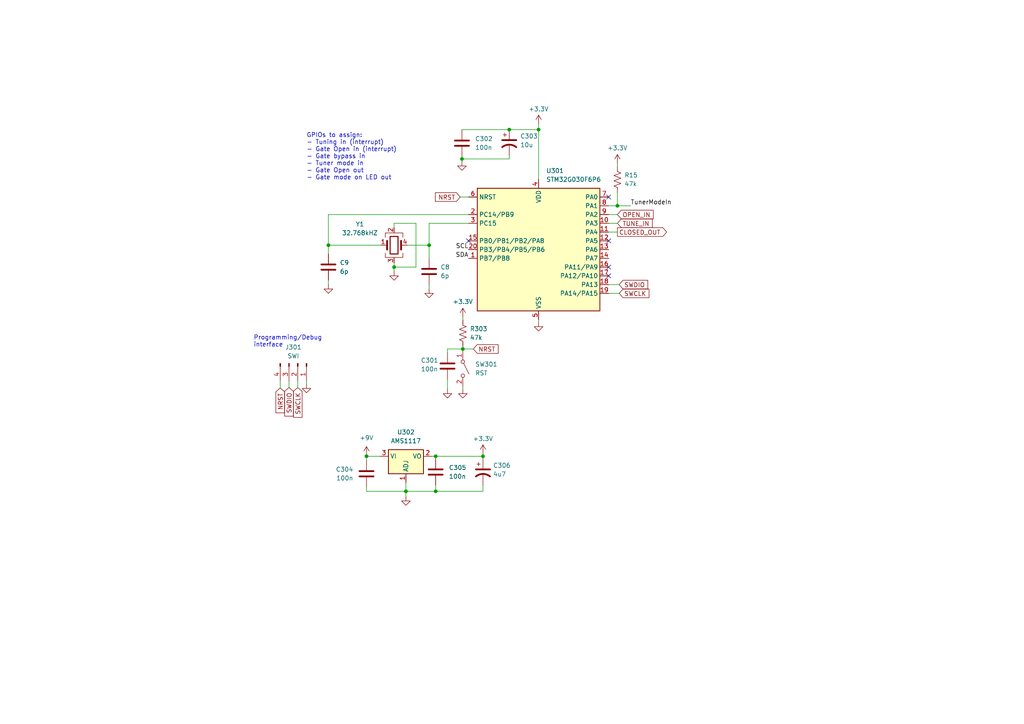
<source format=kicad_sch>
(kicad_sch (version 20231120) (generator "eeschema") (generator_version "8.0")
  (paper "A4")
  (lib_symbols
    (symbol "Connector:Conn_01x04_Pin" (pin_names (offset 1.016) hide)
      (property "Reference" "J" (at 0 5.08 0))
      (property "Value" "Conn_01x04_Pin" (at 0 -7.62 0))
      (symbol "Conn_01x04_Pin_1_1"
        (polyline (pts (xy 1.27 -5.08) (xy 0.8636 -5.08)) (stroke (width 0.1524)))
        (polyline (pts (xy 1.27 -2.54) (xy 0.8636 -2.54)) (stroke (width 0.1524)))
        (polyline (pts (xy 1.27 0) (xy 0.8636 0)) (stroke (width 0.1524)))
        (polyline (pts (xy 1.27 2.54) (xy 0.8636 2.54)) (stroke (width 0.1524)))
        (rectangle (start 0.8636 -4.953) (end 0 -5.207) (stroke (width 0.1524)) (fill (type outline)))
        (rectangle (start 0.8636 -2.413) (end 0 -2.667) (stroke (width 0.1524)) (fill (type outline)))
        (rectangle (start 0.8636 0.127) (end 0 -0.127) (stroke (width 0.1524)) (fill (type outline)))
        (rectangle (start 0.8636 2.667) (end 0 2.413) (stroke (width 0.1524)) (fill (type outline)))
        (pin passive line (at 5.08 2.54 180) (length 3.81) (name "Pin_1") (number "1"))
        (pin passive line (at 5.08 0 180) (length 3.81) (name "Pin_2") (number "2"))
        (pin passive line (at 5.08 -2.54 180) (length 3.81) (name "Pin_3") (number "3"))
        (pin passive line (at 5.08 -5.08 180) (length 3.81) (name "Pin_4") (number "4"))
      )
    )
    (symbol "Device:C" (pin_numbers hide) (pin_names (offset 0.254))
      (property "Reference" "C" (at 0.635 2.54 0))
      (property "Value" "C" (at 0.635 -2.54 0))
      (symbol "C_0_1"
        (polyline (pts (xy -2.032 -0.762) (xy 2.032 -0.762)) (stroke (width 0.508)))
        (polyline (pts (xy -2.032 0.762) (xy 2.032 0.762)) (stroke (width 0.508)))
      )
      (symbol "C_1_1"
        (pin passive line (at 0 3.81 270) (length 2.794) (name "~") (number "1"))
        (pin passive line (at 0 -3.81 90) (length 2.794) (name "~") (number "2"))
      )
    )
    (symbol "Device:C_Polarized_US" (pin_numbers hide) (pin_names (offset 0.254) hide)
      (property "Reference" "C" (at 0.635 2.54 0))
      (property "Value" "C_Polarized_US" (at 0.635 -2.54 0))
      (symbol "C_Polarized_US_0_1"
        (polyline (pts (xy -2.032 0.762) (xy 2.032 0.762)) (stroke (width 0.508)))
        (polyline (pts (xy -1.778 2.286) (xy -0.762 2.286)))
        (polyline (pts (xy -1.27 1.778) (xy -1.27 2.794)))
        (arc (start 2.032 -1.27) (mid 0 -0.5572) (end -2.032 -1.27) (stroke (width 0.508)))
      )
      (symbol "C_Polarized_US_1_1"
        (pin passive line (at 0 3.81 270) (length 2.794) (name "~") (number "1"))
        (pin passive line (at 0 -3.81 90) (length 3.302) (name "~") (number "2"))
      )
    )
    (symbol "Device:Crystal_GND23" (pin_names (offset 1.016) hide)
      (property "Reference" "Y" (at 3.175 5.08 0))
      (property "Value" "Crystal_GND23" (at 3.175 3.175 0))
      (symbol "Crystal_GND23_0_1"
        (rectangle (start -1.143 2.54) (end 1.143 -2.54) (stroke (width 0.3048)))
        (polyline (pts (xy -2.54 0) (xy -2.032 0)))
        (polyline (pts (xy -2.032 -1.27) (xy -2.032 1.27)) (stroke (width 0.508)))
        (polyline (pts (xy 0 -3.81) (xy 0 -3.556)))
        (polyline (pts (xy 0 3.556) (xy 0 3.81)))
        (polyline (pts (xy 2.032 -1.27) (xy 2.032 1.27)) (stroke (width 0.508)))
        (polyline (pts (xy 2.032 0) (xy 2.54 0)))
        (polyline (pts (xy -2.54 -2.286) (xy -2.54 -3.556) (xy 2.54 -3.556) (xy 2.54 -2.286)))
        (polyline (pts (xy -2.54 2.286) (xy -2.54 3.556) (xy 2.54 3.556) (xy 2.54 2.286)))
      )
      (symbol "Crystal_GND23_1_1"
        (pin passive line (at -3.81 0 0) (length 1.27) (name "1") (number "1"))
        (pin passive line (at 0 5.08 270) (length 1.27) (name "2") (number "2"))
        (pin passive line (at 0 -5.08 90) (length 1.27) (name "3") (number "3"))
        (pin passive line (at 3.81 0 180) (length 1.27) (name "4") (number "4"))
      )
    )
    (symbol "Device:R_US" (pin_numbers hide) (pin_names (offset 0))
      (property "Reference" "R" (at 2.54 0 90))
      (property "Value" "R_US" (at -2.54 0 90))
      (symbol "R_US_0_1"
        (polyline (pts (xy 0 -2.286) (xy 0 -2.54)))
        (polyline (pts (xy 0 2.286) (xy 0 2.54)))
        (polyline (pts (xy 0 -0.762) (xy 1.016 -1.143) (xy 0 -1.524) (xy -1.016 -1.905) (xy 0 -2.286)))
        (polyline (pts (xy 0 0.762) (xy 1.016 0.381) (xy 0 0) (xy -1.016 -0.381) (xy 0 -0.762)))
        (polyline (pts (xy 0 2.286) (xy 1.016 1.905) (xy 0 1.524) (xy -1.016 1.143) (xy 0 0.762)))
      )
      (symbol "R_US_1_1"
        (pin passive line (at 0 3.81 270) (length 1.27) (name "~") (number "1"))
        (pin passive line (at 0 -3.81 90) (length 1.27) (name "~") (number "2"))
      )
    )
    (symbol "MCU_ST_STM32G0:STM32G030F6Px"
      (property "Reference" "U" (at -17.78 19.05 0))
      (property "Value" "STM32G030F6Px" (at 2.54 19.05 0))
      (symbol "STM32G030F6Px_0_1"
        (rectangle (start -17.78 -17.78) (end 17.78 17.78) (stroke (width 0.254)) (fill (type background)))
      )
      (symbol "STM32G030F6Px_1_1"
        (pin bidirectional line (at -20.32 -2.54 0) (length 2.54) (name "PB7/PB8") (number "1"))
        (pin bidirectional line (at 20.32 7.62 180) (length 2.54) (name "PA3") (number "10"))
        (pin bidirectional line (at 20.32 5.08 180) (length 2.54) (name "PA4") (number "11"))
        (pin bidirectional line (at 20.32 2.54 180) (length 2.54) (name "PA5") (number "12"))
        (pin bidirectional line (at 20.32 0 180) (length 2.54) (name "PA6") (number "13"))
        (pin bidirectional line (at 20.32 -2.54 180) (length 2.54) (name "PA7") (number "14"))
        (pin bidirectional line (at -20.32 2.54 0) (length 2.54) (name "PB0/PB1/PB2/PA8") (number "15"))
        (pin bidirectional line (at 20.32 -5.08 180) (length 2.54) (name "PA11/PA9") (number "16"))
        (pin bidirectional line (at 20.32 -7.62 180) (length 2.54) (name "PA12/PA10") (number "17"))
        (pin bidirectional line (at 20.32 -10.16 180) (length 2.54) (name "PA13") (number "18"))
        (pin bidirectional line (at 20.32 -12.7 180) (length 2.54) (name "PA14/PA15") (number "19"))
        (pin bidirectional line (at -20.32 10.16 0) (length 2.54) (name "PC14/PB9") (number "2"))
        (pin bidirectional line (at -20.32 0 0) (length 2.54) (name "PB3/PB4/PB5/PB6") (number "20"))
        (pin bidirectional line (at -20.32 7.62 0) (length 2.54) (name "PC15") (number "3"))
        (pin power_in line (at 0 20.32 270) (length 2.54) (name "VDD") (number "4"))
        (pin power_in line (at 0 -20.32 90) (length 2.54) (name "VSS") (number "5"))
        (pin input line (at -20.32 15.24 0) (length 2.54) (name "NRST") (number "6"))
        (pin bidirectional line (at 20.32 15.24 180) (length 2.54) (name "PA0") (number "7"))
        (pin bidirectional line (at 20.32 12.7 180) (length 2.54) (name "PA1") (number "8"))
        (pin bidirectional line (at 20.32 10.16 180) (length 2.54) (name "PA2") (number "9"))
      )
    )
    (symbol "PCM_4ms_Power-symbol:+9V" (power) (pin_names (offset 0))
      (property "Value" "+9V" (at 0 3.556 0))
      (symbol "+9V_0_1"
        (polyline (pts (xy -0.762 1.27) (xy 0 2.54)))
        (polyline (pts (xy 0 0) (xy 0 2.54)))
        (polyline (pts (xy 0 2.54) (xy 0.762 1.27)))
      )
      (symbol "+9V_1_1"
        (pin power_in line (at 0 0 90) (length 0) hide (name "+9V") (number "1"))
      )
    )
    (symbol "Regulator_Linear:AMS1117"
      (property "Reference" "U" (at -3.81 3.175 0))
      (property "Value" "AMS1117" (at 0 3.175 0))
      (symbol "AMS1117_0_1"
        (rectangle (start -5.08 -5.08) (end 5.08 1.905) (stroke (width 0.254)) (fill (type background)))
      )
      (symbol "AMS1117_1_1"
        (pin input line (at 0 -7.62 90) (length 2.54) (name "ADJ") (number "1"))
        (pin power_out line (at 7.62 0 180) (length 2.54) (name "VO") (number "2"))
        (pin power_in line (at -7.62 0 0) (length 2.54) (name "VI") (number "3"))
      )
    )
    (symbol "Switch:SW_SPST" (pin_names (offset 0) hide)
      (property "Reference" "SW" (at 0 3.175 0))
      (property "Value" "SW_SPST" (at 0 -2.54 0))
      (symbol "SW_SPST_0_0"
        (circle (center -2.032 0) (radius 0.508))
        (polyline (pts (xy -1.524 0.254) (xy 1.524 1.778)))
        (circle (center 2.032 0) (radius 0.508))
      )
      (symbol "SW_SPST_1_1"
        (pin passive line (at -5.08 0 0) (length 2.54) (name "A") (number "1"))
        (pin passive line (at 5.08 0 180) (length 2.54) (name "B") (number "2"))
      )
    )
    (symbol "power:+3.3V" (power) (pin_names (offset 0))
      (property "Value" "+3.3V" (at 0 3.556 0))
      (symbol "+3.3V_0_1"
        (polyline (pts (xy -0.762 1.27) (xy 0 2.54)))
        (polyline (pts (xy 0 0) (xy 0 2.54)))
        (polyline (pts (xy 0 2.54) (xy 0.762 1.27)))
      )
      (symbol "+3.3V_1_1"
        (pin power_in line (at 0 0 90) (length 0) hide (name "+3.3V") (number "1"))
      )
    )
    (symbol "power:GND" (power) (pin_names (offset 0))
      (symbol "GND_0_1"
        (polyline (pts (xy 0 0) (xy 0 -1.27) (xy 1.27 -1.27) (xy 0 -2.54) (xy -1.27 -1.27) (xy 0 -1.27)))
      )
      (symbol "GND_1_1"
        (pin power_in line (at 0 0 270) (length 0) hide (name "GND") (number "1"))
      )
    )
  )
  (junction (at 114.3 77.47))
  (junction (at 126.365 142.494))
  (junction (at 179.07 59.69))
  (junction (at 124.46 71.12))
  (junction (at 134.239 101.219))
  (junction (at 126.365 132.334))
  (junction (at 106.299 132.334))
  (junction (at 133.985 46.101))
  (junction (at 147.701 37.592))
  (junction (at 117.729 142.494))
  (junction (at 156.21 37.592))
  (junction (at 95.25 71.12))
  (junction (at 140.081 132.334))
  (no_connect (at 135.89 69.85))
  (no_connect (at 176.53 77.47))
  (no_connect (at 176.53 57.15))
  (no_connect (at 176.53 80.01))
  (no_connect (at 176.53 69.85))
  (wire (pts (xy 133.985 45.339) (xy 133.985 46.101)))
  (wire (pts (xy 147.701 46.101) (xy 133.985 46.101)))
  (wire (pts (xy 140.081 140.716) (xy 140.081 142.494)))
  (wire (pts (xy 179.07 47.371) (xy 179.07 48.26)))
  (wire (pts (xy 156.21 35.941) (xy 156.21 37.592)))
  (wire (pts (xy 118.11 71.12) (xy 124.46 71.12)))
  (wire (pts (xy 124.46 71.12) (xy 124.46 74.93)))
  (wire (pts (xy 176.53 67.31) (xy 179.07 67.31)))
  (wire (pts (xy 95.25 71.12) (xy 95.25 73.66)))
  (wire (pts (xy 114.3 64.77) (xy 120.65 64.77)))
  (wire (pts (xy 129.794 102.362) (xy 129.794 101.219)))
  (wire (pts (xy 156.21 37.592) (xy 156.21 52.07)))
  (wire (pts (xy 176.53 85.09) (xy 179.578 85.09)))
  (wire (pts (xy 95.25 81.28) (xy 95.25 82.55)))
  (wire (pts (xy 176.53 82.55) (xy 179.578 82.55)))
  (wire (pts (xy 126.365 142.494) (xy 126.365 140.716)))
  (wire (pts (xy 133.477 57.15) (xy 135.89 57.15)))
  (wire (pts (xy 126.365 132.334) (xy 126.365 133.096)))
  (wire (pts (xy 106.299 141.224) (xy 106.299 142.494)))
  (wire (pts (xy 134.239 112.014) (xy 134.239 112.903)))
  (wire (pts (xy 95.25 62.23) (xy 95.25 71.12)))
  (wire (pts (xy 106.299 132.334) (xy 106.299 132.08)))
  (wire (pts (xy 176.53 64.77) (xy 179.07 64.77)))
  (wire (pts (xy 124.46 64.77) (xy 124.46 71.12)))
  (wire (pts (xy 156.21 92.71) (xy 156.21 93.472)))
  (wire (pts (xy 106.299 132.334) (xy 106.299 133.604)))
  (wire (pts (xy 179.07 55.88) (xy 179.07 59.69)))
  (wire (pts (xy 176.53 62.23) (xy 179.07 62.23)))
  (wire (pts (xy 106.299 142.494) (xy 117.729 142.494)))
  (wire (pts (xy 117.729 142.494) (xy 117.729 144.018)))
  (wire (pts (xy 110.109 132.334) (xy 106.299 132.334)))
  (wire (pts (xy 140.081 132.334) (xy 140.081 131.572)))
  (wire (pts (xy 81.28 110.49) (xy 81.28 112.522)))
  (wire (pts (xy 129.794 109.982) (xy 129.794 112.903)))
  (wire (pts (xy 140.081 142.494) (xy 126.365 142.494)))
  (wire (pts (xy 176.53 59.69) (xy 179.07 59.69)))
  (wire (pts (xy 134.239 91.948) (xy 134.239 92.837)))
  (wire (pts (xy 114.3 76.2) (xy 114.3 77.47)))
  (wire (pts (xy 120.65 77.47) (xy 114.3 77.47)))
  (wire (pts (xy 120.65 64.77) (xy 120.65 77.47)))
  (wire (pts (xy 133.985 37.719) (xy 133.985 37.592)))
  (wire (pts (xy 88.9 110.49) (xy 88.9 111.379)))
  (wire (pts (xy 133.985 46.101) (xy 133.985 46.863)))
  (wire (pts (xy 129.794 101.219) (xy 134.239 101.219)))
  (wire (pts (xy 133.985 37.592) (xy 147.701 37.592)))
  (wire (pts (xy 179.07 59.69) (xy 182.88 59.69)))
  (wire (pts (xy 124.46 64.77) (xy 135.89 64.77)))
  (wire (pts (xy 147.701 45.212) (xy 147.701 46.101)))
  (wire (pts (xy 125.349 132.334) (xy 126.365 132.334)))
  (wire (pts (xy 95.25 62.23) (xy 135.89 62.23)))
  (wire (pts (xy 83.82 110.49) (xy 83.82 112.395)))
  (wire (pts (xy 117.729 139.954) (xy 117.729 142.494)))
  (wire (pts (xy 147.701 37.592) (xy 156.21 37.592)))
  (wire (pts (xy 86.36 110.49) (xy 86.36 112.395)))
  (wire (pts (xy 124.46 82.55) (xy 124.46 83.82)))
  (wire (pts (xy 117.729 142.494) (xy 126.365 142.494)))
  (wire (pts (xy 134.239 101.219) (xy 134.239 101.854)))
  (wire (pts (xy 114.3 77.47) (xy 114.3 78.74)))
  (wire (pts (xy 114.3 66.04) (xy 114.3 64.77)))
  (wire (pts (xy 126.365 132.334) (xy 140.081 132.334)))
  (wire (pts (xy 95.25 71.12) (xy 110.49 71.12)))
  (wire (pts (xy 140.081 132.334) (xy 140.081 133.096)))
  (wire (pts (xy 134.239 101.219) (xy 137.287 101.219)))
  (wire (pts (xy 134.239 100.457) (xy 134.239 101.219)))
  (text "Programming/Debug\ninterface" (at 73.533 100.838 0) (effects (font (size 1.27 1.27)) (justify left bottom)))
  (text "GPIOs to assign:\n- Tuning in (interrupt)\n- Gate Open in (interrupt)\n- Gate bypass in\n- Tuner mode in\n- Gate Open out\n- Gate mode on LED out" (at 88.9 45.466 0) (effects (font (size 1.27 1.27)) (justify left)))
  (label "SCL" (at 135.89 72.39 180))
  (label "TunerModeIn" (at 182.88 59.69 0))
  (label "SDA" (at 135.89 74.93 180))
  (global_label "TUNE_IN" (shape input) (at 179.07 64.77 0) (property "Intersheetrefs" "${INTERSHEET_REFS}" (effects (hide yes))))
  (global_label "SWCLK" (shape input) (at 86.36 112.395 270) (property "Intersheetrefs" "${INTERSHEET_REFS}" (effects (hide yes))))
  (global_label "CLOSED_OUT" (shape output) (at 179.07 67.31 0) (property "Intersheetrefs" "${INTERSHEET_REFS}" (effects (hide yes))))
  (global_label "NRST" (shape input) (at 133.477 57.15 180) (property "Intersheetrefs" "${INTERSHEET_REFS}" (effects (hide yes))))
  (global_label "SWDIO" (shape input) (at 179.578 82.55 0) (property "Intersheetrefs" "${INTERSHEET_REFS}" (effects (hide yes))))
  (global_label "OPEN_IN" (shape input) (at 179.07 62.23 0) (property "Intersheetrefs" "${INTERSHEET_REFS}" (effects (hide yes))))
  (global_label "SWDIO" (shape input) (at 83.82 112.395 270) (property "Intersheetrefs" "${INTERSHEET_REFS}" (effects (hide yes))))
  (global_label "NRST" (shape input) (at 81.28 112.522 270) (property "Intersheetrefs" "${INTERSHEET_REFS}" (effects (hide yes))))
  (global_label "SWCLK" (shape input) (at 179.578 85.09 0) (property "Intersheetrefs" "${INTERSHEET_REFS}" (effects (hide yes))))
  (global_label "NRST" (shape input) (at 137.287 101.219 0) (property "Intersheetrefs" "${INTERSHEET_REFS}" (effects (hide yes))))
  (symbol (lib_id "Device:C") (at 106.299 137.414 0) (mirror x) (unit 1)
    (property "Reference" "C304" (at 102.489 136.144 0) (effects (justify right)))
    (property "Value" "100n" (at 102.489 138.684 0) (effects (justify right)))
    (property "Footprint" "Capacitor_SMD:C_0805_2012Metric" (effects (hide yes)))
  )
  (symbol (lib_id "power:GND") (at 156.21 93.472 0) (unit 1)
    (property "Reference" "#PWR0308" (effects (hide yes)))
    (property "Value" "GND" (effects (hide yes)))
  )
  (symbol (lib_id "power:GND") (at 95.25 82.55 0) (mirror y) (unit 1)
    (property "Reference" "#PWR012" (effects (hide yes)))
    (property "Value" "GND" (effects (hide yes)))
  )
  (symbol (lib_id "MCU_ST_STM32G0:STM32G030F6Px") (at 156.21 72.39 0) (unit 1)
    (property "Reference" "U301" (at 158.4041 49.53 0) (effects (justify left)))
    (property "Value" "STM32G030F6P6" (at 158.4041 52.07 0) (effects (justify left)))
    (property "Footprint" "Package_SO:TSSOP-20_4.4x6.5mm_P0.65mm" (effects (hide yes)))
    (property "Datasheet" "https://www.st.com/resource/en/datasheet/stm32g030f6.pdf" (effects (hide yes)))
  )
  (symbol (lib_id "Device:C") (at 126.365 136.906 180) (unit 1)
    (property "Reference" "C305" (at 130.175 135.636 0) (effects (justify right)))
    (property "Value" "100n" (at 130.175 138.176 0) (effects (justify right)))
    (property "Footprint" "Capacitor_SMD:C_0805_2012Metric" (effects (hide yes)))
  )
  (symbol (lib_id "power:GND") (at 117.729 144.018 0) (unit 1)
    (property "Reference" "#PWR0310" (effects (hide yes)))
    (property "Value" "GND" (effects (hide yes)))
  )
  (symbol (lib_id "Device:R_US") (at 134.239 96.647 0) (unit 1)
    (property "Reference" "R303" (at 136.271 95.377 0) (effects (justify left)))
    (property "Value" "47k" (at 136.271 97.917 0) (effects (justify left)))
    (property "Footprint" "PCM_Resistor_SMD_AKL:R_0805_2012Metric" (effects (hide yes)))
  )
  (symbol (lib_id "Device:C") (at 95.25 77.47 0) (mirror y) (unit 1)
    (property "Reference" "C9" (at 98.552 76.2 0) (effects (justify right)))
    (property "Value" "6p" (at 98.552 78.74 0) (effects (justify right)))
    (property "Footprint" "Capacitor_SMD:C_0805_2012Metric" (effects (hide yes)))
  )
  (symbol (lib_id "PCM_4ms_Power-symbol:+9V") (at 106.299 132.08 0) (unit 1)
    (property "Reference" "#PWR0309" (effects (hide yes)))
    (property "Value" "+9V" (at 106.299 127 0))
    (property "Description" "Power symbol creates a global label with name \"+9V\"" (effects (hide yes)))
  )
  (symbol (lib_id "Connector:Conn_01x04_Pin") (at 86.36 105.41 270) (unit 1)
    (property "Reference" "J301" (at 85.09 100.711 90))
    (property "Value" "SWI" (at 85.09 103.251 90))
    (property "Footprint" "Connector_PinHeader_2.54mm:PinHeader_1x04_P2.54mm_Vertical" (effects (hide yes)))
  )
  (symbol (lib_id "Switch:SW_SPST") (at 134.239 106.934 270) (unit 1)
    (property "Reference" "SW301" (at 137.795 105.664 90) (effects (justify left)))
    (property "Value" "RST" (at 137.795 108.204 90) (effects (justify left)))
    (property "Footprint" "Button_Switch_SMD:SW_SPST_B3U-1000P" (effects (hide yes)))
  )
  (symbol (lib_id "power:GND") (at 129.794 112.903 0) (unit 1)
    (property "Reference" "#PWR0303" (effects (hide yes)))
    (property "Value" "GND" (effects (hide yes)))
  )
  (symbol (lib_id "power:+3.3V") (at 134.239 91.948 0) (unit 1)
    (property "Reference" "#PWR0305" (effects (hide yes)))
    (property "Value" "+3.3V" (at 134.239 87.503 0))
  )
  (symbol (lib_id "power:GND") (at 88.9 111.379 0) (unit 1)
    (property "Reference" "#PWR0302" (effects (hide yes)))
    (property "Value" "GND" (effects (hide yes)))
  )
  (symbol (lib_id "power:GND") (at 134.239 112.903 0) (unit 1)
    (property "Reference" "#PWR0306" (effects (hide yes)))
    (property "Value" "GND" (effects (hide yes)))
  )
  (symbol (lib_id "Device:C_Polarized_US") (at 140.081 136.906 0) (unit 1)
    (property "Reference" "C306" (at 143.002 135.001 0) (effects (justify left)))
    (property "Value" "4u7" (at 143.002 137.541 0) (effects (justify left)))
    (property "Footprint" "Capacitor_THT:CP_Radial_D5.0mm_P2.50mm" (effects (hide yes)))
  )
  (symbol (lib_id "Device:R_US") (at 179.07 52.07 0) (unit 1)
    (property "Reference" "R15" (at 181.102 50.8 0) (effects (justify left)))
    (property "Value" "47k" (at 181.102 53.34 0) (effects (justify left)))
    (property "Footprint" "PCM_Resistor_SMD_AKL:R_0805_2012Metric" (effects (hide yes)))
  )
  (symbol (lib_id "Device:C") (at 129.794 106.172 180) (unit 1)
    (property "Reference" "C301" (at 122.047 104.521 0) (effects (justify right)))
    (property "Value" "100n" (at 122.047 107.061 0) (effects (justify right)))
    (property "Footprint" "Capacitor_SMD:C_0805_2012Metric" (effects (hide yes)))
  )
  (symbol (lib_id "power:+3.3V") (at 140.081 131.572 0) (unit 1)
    (property "Reference" "#PWR0311" (effects (hide yes)))
    (property "Value" "+3.3V" (at 140.081 127.254 0))
  )
  (symbol (lib_id "power:GND") (at 114.3 78.74 0) (mirror y) (unit 1)
    (property "Reference" "#PWR011" (effects (hide yes)))
    (property "Value" "GND" (effects (hide yes)))
  )
  (symbol (lib_id "power:+3.3V") (at 179.07 47.371 0) (unit 1)
    (property "Reference" "#PWR013" (effects (hide yes)))
    (property "Value" "+3.3V" (at 179.07 42.926 0))
  )
  (symbol (lib_id "Device:C") (at 133.985 41.529 180) (unit 1)
    (property "Reference" "C302" (at 137.795 40.259 0) (effects (justify right)))
    (property "Value" "100n" (at 137.795 42.799 0) (effects (justify right)))
    (property "Footprint" "Capacitor_SMD:C_0805_2012Metric" (effects (hide yes)))
  )
  (symbol (lib_id "Device:Crystal_GND23") (at 114.3 71.12 0) (unit 1)
    (property "Reference" "Y1" (at 104.394 65.024 0))
    (property "Value" "32.768kHZ" (at 104.394 67.564 0))
    (property "Footprint" "Crystal:Crystal_SMD_SeikoEpson_MC306-4Pin_8.0x3.2mm" (effects (hide yes)))
  )
  (symbol (lib_id "Device:C") (at 124.46 78.74 0) (mirror y) (unit 1)
    (property "Reference" "C8" (at 127.762 77.47 0) (effects (justify right)))
    (property "Value" "6p" (at 127.762 80.01 0) (effects (justify right)))
    (property "Footprint" "Capacitor_SMD:C_0805_2012Metric" (effects (hide yes)))
  )
  (symbol (lib_id "power:GND") (at 124.46 83.82 0) (mirror y) (unit 1)
    (property "Reference" "#PWR010" (effects (hide yes)))
    (property "Value" "GND" (effects (hide yes)))
  )
  (symbol (lib_id "Device:C_Polarized_US") (at 147.701 41.402 0) (unit 1)
    (property "Reference" "C303" (at 150.876 39.497 0) (effects (justify left)))
    (property "Value" "10u" (at 150.876 42.037 0) (effects (justify left)))
    (property "Footprint" "Capacitor_THT:CP_Radial_D5.0mm_P2.50mm" (effects (hide yes)))
  )
  (symbol (lib_id "Regulator_Linear:AMS1117") (at 117.729 132.334 0) (unit 1)
    (property "Reference" "U302" (at 117.729 125.349 0))
    (property "Value" "AMS1117" (at 117.729 127.889 0))
    (property "Footprint" "Package_TO_SOT_SMD:SOT-223-3_TabPin2" (effects (hide yes)))
    (property "Datasheet" "http://www.advanced-monolithic.com/pdf/ds1117.pdf" (effects (hide yes)))
  )
  (symbol (lib_id "power:+3.3V") (at 156.21 35.941 0) (unit 1)
    (property "Reference" "#PWR0307" (effects (hide yes)))
    (property "Value" "+3.3V" (at 156.21 31.623 0))
  )
  (symbol (lib_id "power:GND") (at 133.985 46.863 0) (unit 1)
    (property "Reference" "#PWR0304" (effects (hide yes)))
    (property "Value" "GND" (effects (hide yes)))
  )
)
</source>
